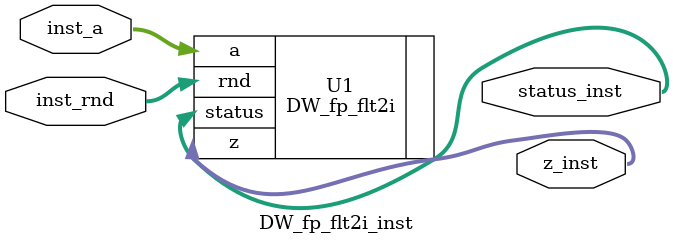
<source format=v>
module DW_fp_flt2i_inst( inst_a, inst_rnd, z_inst, status_inst );

parameter inst_sig_width = 23;
parameter inst_exp_width = 8;
parameter inst_isize = 32;
parameter inst_ieee_compliance = 0;


input [inst_sig_width+inst_exp_width : 0] inst_a;
input [2 : 0] inst_rnd;
output [inst_isize-1 : 0] z_inst;
output [7 : 0] status_inst;

    // Instance of DW_fp_flt2i
    DW_fp_flt2i #(inst_sig_width, inst_exp_width, inst_isize, inst_ieee_compliance) U1 (
			.a(inst_a),
			.rnd(inst_rnd),
			.z(z_inst),
			.status(status_inst) );

endmodule


</source>
